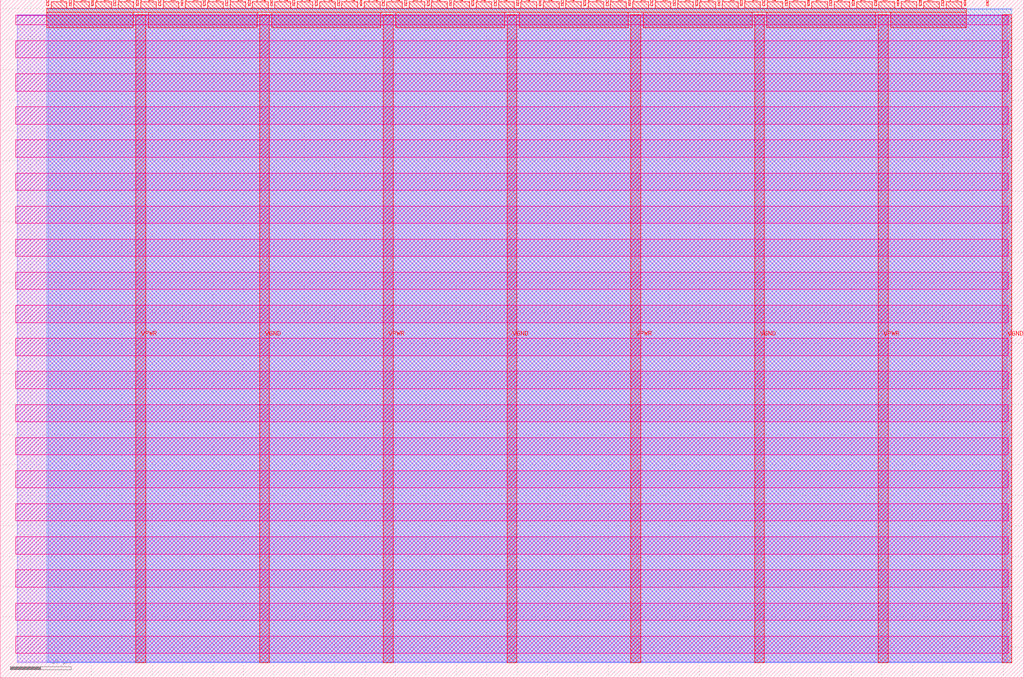
<source format=lef>
VERSION 5.7 ;
  NOWIREEXTENSIONATPIN ON ;
  DIVIDERCHAR "/" ;
  BUSBITCHARS "[]" ;
MACRO tt_um_wokwi_372347167704674305
  CLASS BLOCK ;
  FOREIGN tt_um_wokwi_372347167704674305 ;
  ORIGIN 0.000 0.000 ;
  SIZE 168.360 BY 111.520 ;
  PIN VGND
    DIRECTION INOUT ;
    USE GROUND ;
    PORT
      LAYER met4 ;
        RECT 42.670 2.480 44.270 109.040 ;
    END
    PORT
      LAYER met4 ;
        RECT 83.380 2.480 84.980 109.040 ;
    END
    PORT
      LAYER met4 ;
        RECT 124.090 2.480 125.690 109.040 ;
    END
    PORT
      LAYER met4 ;
        RECT 164.800 2.480 166.400 109.040 ;
    END
  END VGND
  PIN VPWR
    DIRECTION INOUT ;
    USE POWER ;
    PORT
      LAYER met4 ;
        RECT 22.315 2.480 23.915 109.040 ;
    END
    PORT
      LAYER met4 ;
        RECT 63.025 2.480 64.625 109.040 ;
    END
    PORT
      LAYER met4 ;
        RECT 103.735 2.480 105.335 109.040 ;
    END
    PORT
      LAYER met4 ;
        RECT 144.445 2.480 146.045 109.040 ;
    END
  END VPWR
  PIN clk
    DIRECTION INPUT ;
    USE SIGNAL ;
    ANTENNAGATEAREA 0.852000 ;
    PORT
      LAYER met4 ;
        RECT 158.550 110.520 158.850 111.520 ;
    END
  END clk
  PIN ena
    DIRECTION INPUT ;
    USE SIGNAL ;
    PORT
      LAYER met4 ;
        RECT 162.230 110.520 162.530 111.520 ;
    END
  END ena
  PIN rst_n
    DIRECTION INPUT ;
    USE SIGNAL ;
    ANTENNAGATEAREA 0.196500 ;
    PORT
      LAYER met4 ;
        RECT 154.870 110.520 155.170 111.520 ;
    END
  END rst_n
  PIN ui_in[0]
    DIRECTION INPUT ;
    USE SIGNAL ;
    ANTENNAGATEAREA 0.196500 ;
    PORT
      LAYER met4 ;
        RECT 151.190 110.520 151.490 111.520 ;
    END
  END ui_in[0]
  PIN ui_in[1]
    DIRECTION INPUT ;
    USE SIGNAL ;
    ANTENNAGATEAREA 0.196500 ;
    PORT
      LAYER met4 ;
        RECT 147.510 110.520 147.810 111.520 ;
    END
  END ui_in[1]
  PIN ui_in[2]
    DIRECTION INPUT ;
    USE SIGNAL ;
    ANTENNAGATEAREA 0.196500 ;
    PORT
      LAYER met4 ;
        RECT 143.830 110.520 144.130 111.520 ;
    END
  END ui_in[2]
  PIN ui_in[3]
    DIRECTION INPUT ;
    USE SIGNAL ;
    PORT
      LAYER met4 ;
        RECT 140.150 110.520 140.450 111.520 ;
    END
  END ui_in[3]
  PIN ui_in[4]
    DIRECTION INPUT ;
    USE SIGNAL ;
    PORT
      LAYER met4 ;
        RECT 136.470 110.520 136.770 111.520 ;
    END
  END ui_in[4]
  PIN ui_in[5]
    DIRECTION INPUT ;
    USE SIGNAL ;
    PORT
      LAYER met4 ;
        RECT 132.790 110.520 133.090 111.520 ;
    END
  END ui_in[5]
  PIN ui_in[6]
    DIRECTION INPUT ;
    USE SIGNAL ;
    PORT
      LAYER met4 ;
        RECT 129.110 110.520 129.410 111.520 ;
    END
  END ui_in[6]
  PIN ui_in[7]
    DIRECTION INPUT ;
    USE SIGNAL ;
    PORT
      LAYER met4 ;
        RECT 125.430 110.520 125.730 111.520 ;
    END
  END ui_in[7]
  PIN uio_in[0]
    DIRECTION INPUT ;
    USE SIGNAL ;
    ANTENNAGATEAREA 0.196500 ;
    PORT
      LAYER met4 ;
        RECT 121.750 110.520 122.050 111.520 ;
    END
  END uio_in[0]
  PIN uio_in[1]
    DIRECTION INPUT ;
    USE SIGNAL ;
    ANTENNAGATEAREA 0.213000 ;
    PORT
      LAYER met4 ;
        RECT 118.070 110.520 118.370 111.520 ;
    END
  END uio_in[1]
  PIN uio_in[2]
    DIRECTION INPUT ;
    USE SIGNAL ;
    ANTENNAGATEAREA 0.196500 ;
    PORT
      LAYER met4 ;
        RECT 114.390 110.520 114.690 111.520 ;
    END
  END uio_in[2]
  PIN uio_in[3]
    DIRECTION INPUT ;
    USE SIGNAL ;
    PORT
      LAYER met4 ;
        RECT 110.710 110.520 111.010 111.520 ;
    END
  END uio_in[3]
  PIN uio_in[4]
    DIRECTION INPUT ;
    USE SIGNAL ;
    PORT
      LAYER met4 ;
        RECT 107.030 110.520 107.330 111.520 ;
    END
  END uio_in[4]
  PIN uio_in[5]
    DIRECTION INPUT ;
    USE SIGNAL ;
    PORT
      LAYER met4 ;
        RECT 103.350 110.520 103.650 111.520 ;
    END
  END uio_in[5]
  PIN uio_in[6]
    DIRECTION INPUT ;
    USE SIGNAL ;
    PORT
      LAYER met4 ;
        RECT 99.670 110.520 99.970 111.520 ;
    END
  END uio_in[6]
  PIN uio_in[7]
    DIRECTION INPUT ;
    USE SIGNAL ;
    PORT
      LAYER met4 ;
        RECT 95.990 110.520 96.290 111.520 ;
    END
  END uio_in[7]
  PIN uio_oe[0]
    DIRECTION OUTPUT TRISTATE ;
    USE SIGNAL ;
    ANTENNADIFFAREA 0.795200 ;
    PORT
      LAYER met4 ;
        RECT 33.430 110.520 33.730 111.520 ;
    END
  END uio_oe[0]
  PIN uio_oe[1]
    DIRECTION OUTPUT TRISTATE ;
    USE SIGNAL ;
    PORT
      LAYER met4 ;
        RECT 29.750 110.520 30.050 111.520 ;
    END
  END uio_oe[1]
  PIN uio_oe[2]
    DIRECTION OUTPUT TRISTATE ;
    USE SIGNAL ;
    ANTENNADIFFAREA 0.795200 ;
    PORT
      LAYER met4 ;
        RECT 26.070 110.520 26.370 111.520 ;
    END
  END uio_oe[2]
  PIN uio_oe[3]
    DIRECTION OUTPUT TRISTATE ;
    USE SIGNAL ;
    PORT
      LAYER met4 ;
        RECT 22.390 110.520 22.690 111.520 ;
    END
  END uio_oe[3]
  PIN uio_oe[4]
    DIRECTION OUTPUT TRISTATE ;
    USE SIGNAL ;
    PORT
      LAYER met4 ;
        RECT 18.710 110.520 19.010 111.520 ;
    END
  END uio_oe[4]
  PIN uio_oe[5]
    DIRECTION OUTPUT TRISTATE ;
    USE SIGNAL ;
    PORT
      LAYER met4 ;
        RECT 15.030 110.520 15.330 111.520 ;
    END
  END uio_oe[5]
  PIN uio_oe[6]
    DIRECTION OUTPUT TRISTATE ;
    USE SIGNAL ;
    PORT
      LAYER met4 ;
        RECT 11.350 110.520 11.650 111.520 ;
    END
  END uio_oe[6]
  PIN uio_oe[7]
    DIRECTION OUTPUT TRISTATE ;
    USE SIGNAL ;
    PORT
      LAYER met4 ;
        RECT 7.670 110.520 7.970 111.520 ;
    END
  END uio_oe[7]
  PIN uio_out[0]
    DIRECTION OUTPUT TRISTATE ;
    USE SIGNAL ;
    PORT
      LAYER met4 ;
        RECT 62.870 110.520 63.170 111.520 ;
    END
  END uio_out[0]
  PIN uio_out[1]
    DIRECTION OUTPUT TRISTATE ;
    USE SIGNAL ;
    PORT
      LAYER met4 ;
        RECT 59.190 110.520 59.490 111.520 ;
    END
  END uio_out[1]
  PIN uio_out[2]
    DIRECTION OUTPUT TRISTATE ;
    USE SIGNAL ;
    PORT
      LAYER met4 ;
        RECT 55.510 110.520 55.810 111.520 ;
    END
  END uio_out[2]
  PIN uio_out[3]
    DIRECTION OUTPUT TRISTATE ;
    USE SIGNAL ;
    ANTENNADIFFAREA 0.445500 ;
    PORT
      LAYER met4 ;
        RECT 51.830 110.520 52.130 111.520 ;
    END
  END uio_out[3]
  PIN uio_out[4]
    DIRECTION OUTPUT TRISTATE ;
    USE SIGNAL ;
    ANTENNADIFFAREA 0.795200 ;
    PORT
      LAYER met4 ;
        RECT 48.150 110.520 48.450 111.520 ;
    END
  END uio_out[4]
  PIN uio_out[5]
    DIRECTION OUTPUT TRISTATE ;
    USE SIGNAL ;
    ANTENNADIFFAREA 0.795200 ;
    PORT
      LAYER met4 ;
        RECT 44.470 110.520 44.770 111.520 ;
    END
  END uio_out[5]
  PIN uio_out[6]
    DIRECTION OUTPUT TRISTATE ;
    USE SIGNAL ;
    ANTENNADIFFAREA 0.795200 ;
    PORT
      LAYER met4 ;
        RECT 40.790 110.520 41.090 111.520 ;
    END
  END uio_out[6]
  PIN uio_out[7]
    DIRECTION OUTPUT TRISTATE ;
    USE SIGNAL ;
    ANTENNADIFFAREA 0.445500 ;
    PORT
      LAYER met4 ;
        RECT 37.110 110.520 37.410 111.520 ;
    END
  END uio_out[7]
  PIN uo_out[0]
    DIRECTION OUTPUT TRISTATE ;
    USE SIGNAL ;
    ANTENNADIFFAREA 0.795200 ;
    PORT
      LAYER met4 ;
        RECT 92.310 110.520 92.610 111.520 ;
    END
  END uo_out[0]
  PIN uo_out[1]
    DIRECTION OUTPUT TRISTATE ;
    USE SIGNAL ;
    ANTENNADIFFAREA 0.445500 ;
    PORT
      LAYER met4 ;
        RECT 88.630 110.520 88.930 111.520 ;
    END
  END uo_out[1]
  PIN uo_out[2]
    DIRECTION OUTPUT TRISTATE ;
    USE SIGNAL ;
    ANTENNADIFFAREA 0.795200 ;
    PORT
      LAYER met4 ;
        RECT 84.950 110.520 85.250 111.520 ;
    END
  END uo_out[2]
  PIN uo_out[3]
    DIRECTION OUTPUT TRISTATE ;
    USE SIGNAL ;
    ANTENNADIFFAREA 0.795200 ;
    PORT
      LAYER met4 ;
        RECT 81.270 110.520 81.570 111.520 ;
    END
  END uo_out[3]
  PIN uo_out[4]
    DIRECTION OUTPUT TRISTATE ;
    USE SIGNAL ;
    ANTENNADIFFAREA 0.795200 ;
    PORT
      LAYER met4 ;
        RECT 77.590 110.520 77.890 111.520 ;
    END
  END uo_out[4]
  PIN uo_out[5]
    DIRECTION OUTPUT TRISTATE ;
    USE SIGNAL ;
    ANTENNADIFFAREA 0.445500 ;
    PORT
      LAYER met4 ;
        RECT 73.910 110.520 74.210 111.520 ;
    END
  END uo_out[5]
  PIN uo_out[6]
    DIRECTION OUTPUT TRISTATE ;
    USE SIGNAL ;
    ANTENNADIFFAREA 0.795200 ;
    PORT
      LAYER met4 ;
        RECT 70.230 110.520 70.530 111.520 ;
    END
  END uo_out[6]
  PIN uo_out[7]
    DIRECTION OUTPUT TRISTATE ;
    USE SIGNAL ;
    ANTENNADIFFAREA 0.445500 ;
    PORT
      LAYER met4 ;
        RECT 66.550 110.520 66.850 111.520 ;
    END
  END uo_out[7]
  OBS
      LAYER nwell ;
        RECT 2.570 107.385 165.790 108.990 ;
        RECT 2.570 101.945 165.790 104.775 ;
        RECT 2.570 96.505 165.790 99.335 ;
        RECT 2.570 91.065 165.790 93.895 ;
        RECT 2.570 85.625 165.790 88.455 ;
        RECT 2.570 80.185 165.790 83.015 ;
        RECT 2.570 74.745 165.790 77.575 ;
        RECT 2.570 69.305 165.790 72.135 ;
        RECT 2.570 63.865 165.790 66.695 ;
        RECT 2.570 58.425 165.790 61.255 ;
        RECT 2.570 52.985 165.790 55.815 ;
        RECT 2.570 47.545 165.790 50.375 ;
        RECT 2.570 42.105 165.790 44.935 ;
        RECT 2.570 36.665 165.790 39.495 ;
        RECT 2.570 31.225 165.790 34.055 ;
        RECT 2.570 25.785 165.790 28.615 ;
        RECT 2.570 20.345 165.790 23.175 ;
        RECT 2.570 14.905 165.790 17.735 ;
        RECT 2.570 9.465 165.790 12.295 ;
        RECT 2.570 4.025 165.790 6.855 ;
      LAYER li1 ;
        RECT 2.760 2.635 165.600 108.885 ;
      LAYER met1 ;
        RECT 2.760 2.480 166.400 109.040 ;
      LAYER met2 ;
        RECT 7.910 2.535 166.370 110.005 ;
      LAYER met3 ;
        RECT 7.630 2.555 166.390 109.985 ;
      LAYER met4 ;
        RECT 8.370 110.120 10.950 111.170 ;
        RECT 12.050 110.120 14.630 111.170 ;
        RECT 15.730 110.120 18.310 111.170 ;
        RECT 19.410 110.120 21.990 111.170 ;
        RECT 23.090 110.120 25.670 111.170 ;
        RECT 26.770 110.120 29.350 111.170 ;
        RECT 30.450 110.120 33.030 111.170 ;
        RECT 34.130 110.120 36.710 111.170 ;
        RECT 37.810 110.120 40.390 111.170 ;
        RECT 41.490 110.120 44.070 111.170 ;
        RECT 45.170 110.120 47.750 111.170 ;
        RECT 48.850 110.120 51.430 111.170 ;
        RECT 52.530 110.120 55.110 111.170 ;
        RECT 56.210 110.120 58.790 111.170 ;
        RECT 59.890 110.120 62.470 111.170 ;
        RECT 63.570 110.120 66.150 111.170 ;
        RECT 67.250 110.120 69.830 111.170 ;
        RECT 70.930 110.120 73.510 111.170 ;
        RECT 74.610 110.120 77.190 111.170 ;
        RECT 78.290 110.120 80.870 111.170 ;
        RECT 81.970 110.120 84.550 111.170 ;
        RECT 85.650 110.120 88.230 111.170 ;
        RECT 89.330 110.120 91.910 111.170 ;
        RECT 93.010 110.120 95.590 111.170 ;
        RECT 96.690 110.120 99.270 111.170 ;
        RECT 100.370 110.120 102.950 111.170 ;
        RECT 104.050 110.120 106.630 111.170 ;
        RECT 107.730 110.120 110.310 111.170 ;
        RECT 111.410 110.120 113.990 111.170 ;
        RECT 115.090 110.120 117.670 111.170 ;
        RECT 118.770 110.120 121.350 111.170 ;
        RECT 122.450 110.120 125.030 111.170 ;
        RECT 126.130 110.120 128.710 111.170 ;
        RECT 129.810 110.120 132.390 111.170 ;
        RECT 133.490 110.120 136.070 111.170 ;
        RECT 137.170 110.120 139.750 111.170 ;
        RECT 140.850 110.120 143.430 111.170 ;
        RECT 144.530 110.120 147.110 111.170 ;
        RECT 148.210 110.120 150.790 111.170 ;
        RECT 151.890 110.120 154.470 111.170 ;
        RECT 155.570 110.120 158.150 111.170 ;
        RECT 7.655 109.440 158.865 110.120 ;
        RECT 7.655 106.935 21.915 109.440 ;
        RECT 24.315 106.935 42.270 109.440 ;
        RECT 44.670 106.935 62.625 109.440 ;
        RECT 65.025 106.935 82.980 109.440 ;
        RECT 85.380 106.935 103.335 109.440 ;
        RECT 105.735 106.935 123.690 109.440 ;
        RECT 126.090 106.935 144.045 109.440 ;
        RECT 146.445 106.935 158.865 109.440 ;
  END
END tt_um_wokwi_372347167704674305
END LIBRARY


</source>
